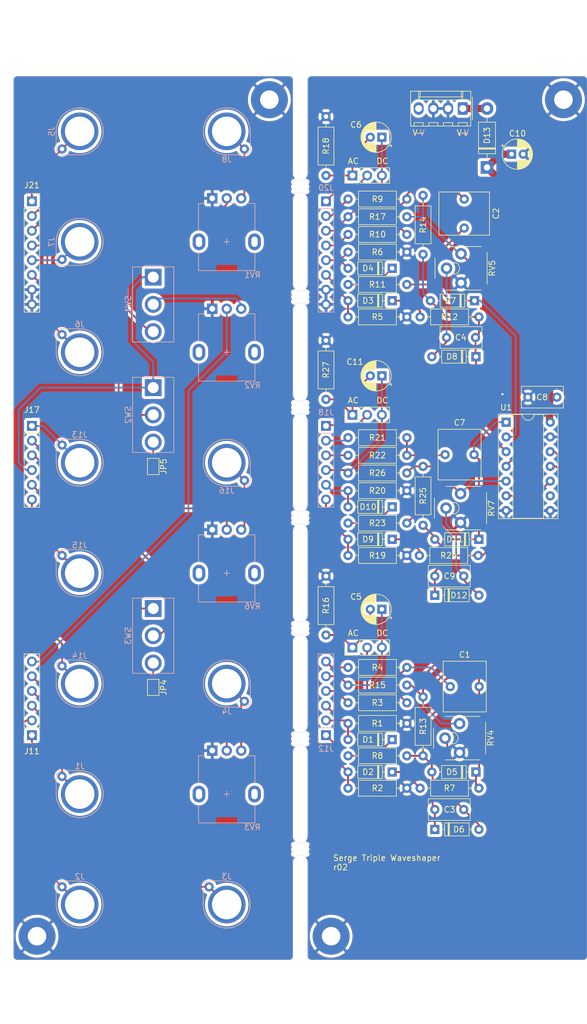
<source format=kicad_pcb>
(kicad_pcb (version 20221018) (generator pcbnew)
  (title_block (title "Serge Triple Waveshaper") (date "2023-10-09") (rev "r02"))
  (layers (0 "F.Cu" signal) (31 "B.Cu" signal) (36 "B.SilkS" user "B.Silkscreen") (37 "F.SilkS" user "F.Silkscreen") (38 "B.Mask" user) (39 "F.Mask" user) (44 "Edge.Cuts" user))
  (net 0 "")
  (net 1 "Net-(C1-Pad1)")
  (net 2 "Net-(C2-Pad1)")
  (net 3 "Net-(D5-K)")
  (net 4 "Net-(D7-K)")
  (net 5 "Net-(D5-A)")
  (net 6 "Net-(D6-A)")
  (net 7 "Net-(D7-A)")
  (net 8 "Net-(D8-A)")
  (net 9 "Net-(JP1-A)")
  (net 10 "Net-(C7-Pad1)")
  (net 11 "Net-(JP2-A)")
  (net 12 "+12V")
  (net 13 "GND")
  (net 14 "Net-(D11-K)")
  (net 15 "Net-(D11-A)")
  (net 16 "Net-(D12-A)")
  (net 17 "Net-(J18-Pin_2)")
  (net 18 "Net-(JP3-A)")
  (net 19 "Net-(D1-K)")
  (net 20 "Net-(D1-A)")
  (net 21 "Net-(D2-K)")
  (net 22 "Net-(D2-A)")
  (net 23 "Net-(D3-K)")
  (net 24 "Net-(D3-A)")
  (net 25 "Net-(D4-K)")
  (net 26 "Net-(D4-A)")
  (net 27 "Net-(D9-K)")
  (net 28 "Net-(D9-A)")
  (net 29 "Net-(J4-Pad1)")
  (net 30 "Net-(J8-Pad1)")
  (net 31 "Net-(D10-K)")
  (net 32 "Net-(D10-A)")
  (net 33 "Net-(J16-Pad1)")
  (net 34 "Net-(R13-Pad2)")
  (net 35 "Net-(R14-Pad2)")
  (net 36 "Net-(R25-Pad2)")
  (net 37 "Net-(J11-Pin_1)")
  (net 38 "Net-(J11-Pin_6)")
  (net 39 "Net-(J11-Pin_4)")
  (net 40 "Net-(J11-Pin_5)")
  (net 41 "Net-(J11-Pin_3)")
  (net 42 "Net-(J11-Pin_2)")
  (net 43 "Net-(J12-Pin_6)")
  (net 44 "Net-(J12-Pin_3)")
  (net 45 "Net-(J17-Pin_1)")
  (net 46 "Net-(J17-Pin_6)")
  (net 47 "Net-(J17-Pin_5)")
  (net 48 "Net-(J17-Pin_4)")
  (net 49 "Net-(J17-Pin_3)")
  (net 50 "Net-(J17-Pin_2)")
  (net 51 "Net-(J18-Pin_1)")
  (net 52 "Net-(J18-Pin_3)")
  (net 53 "Net-(J18-Pin_4)")
  (net 54 "Net-(SW1-B)")
  (net 56 "Net-(J12-Pin_4)")
  (net 57 "Net-(JP5-A)")
  (net 58 "Net-(JP4-A)")
  (net 59 "Net-(D13-A)")
  (net 61 "Net-(J21-Pin_6)")
  (net 62 "Net-(J12-Pin_5)")
  (net 63 "Net-(J21-Pin_1)")
  (net 64 "Net-(J20-Pin_1)")
  (net 65 "Net-(J20-Pin_2)")
  (net 66 "Net-(J21-Pin_2)")
  (net 67 "Net-(J20-Pin_3)")
  (net 68 "Net-(J21-Pin_3)")
  (net 69 "Net-(J21-Pin_5)")
  (net 70 "Net-(J20-Pin_4)")
  (net 71 "Net-(J21-Pin_4)")
  (footprint "Rumblesan_Standard_Parts:D_DO-41_SOD81_P10.16mm_Horizontal" (layer "F.Cu") (at 107.188 46.228 90)
    (fp_text reference "D13")
    (fp_text value "1N5818")
  )
  (footprint "Rumblesan_Standard_Parts:R_Axial_DIN0207_L6.3mm_D2.5mm_P10.16mm_Horizontal" (layer "F.Cu") (at 79.375 116.713 -90)
    (fp_text reference "R16")
    (fp_text value "150k")
  )
  (footprint "Rumblesan_Standard_Parts:Potentiometer_THT_Bourns_3306P_Vertical" (layer "F.Cu") (at 101.366 104.989 90)
    (fp_text reference "RV7")
    (fp_text value "20k")
  )
  (footprint "Rumblesan_Standard_Parts:R_Axial_DIN0207_L6.3mm_D2.5mm_P10.16mm_Horizontal" (layer "F.Cu") (at 83.185 107.569)
    (fp_text reference "R23")
    (fp_text value "1M5")
  )
  (footprint "Panelization:mouse-bite-2.54mm-slot" (layer "F.Cu") (at 74.93 49.53 90)
    (fp_text reference "mouse-bite-2.54mm-slot" hide)
    (fp_text value "VAL**" hide)
    (fp_arc (start -2.286 -1.27) (mid -1.016 0) (end -2.286 1.27) (stroke (width 0.05)) (layer "Edge.Cuts"))
    (fp_arc (start 2.286 1.27) (mid 1.016 0) (end 2.286 -1.27) (stroke (width 0.05)) (layer "Edge.Cuts"))
  )
  (footprint "Rumblesan_Standard_Parts:R_Axial_DIN0207_L6.3mm_D2.5mm_P10.16mm_Horizontal" (layer "F.Cu") (at 96.139 147.701 90)
    (fp_text reference "R13")
    (fp_text value "1M5")
  )
  (footprint "MountingHole:MountingHole_3.2mm_M3_Pad" (layer "F.Cu") (at 120.396 34.544)
    (fp_text reference "H1" hide)
    (fp_text value "MountingHole_Pad" hide)
  )
  (footprint "Rumblesan_Standard_Parts:R_Axial_DIN0207_L6.3mm_D2.5mm_P10.16mm_Horizontal" (layer "F.Cu") (at 93.345 142.113 180)
    (fp_text reference "R1")
    (fp_text value "100k")
  )
  (footprint "Rumblesan_Standard_Parts:D_DO-35_SOD27_P7.62mm_Horizontal" (layer "F.Cu") (at 105.283 78.867 180)
    (fp_text reference "D8")
    (fp_text value "1N4148")
  )
  (footprint "Rumblesan_Standard_Parts:R_Axial_DIN0207_L6.3mm_D2.5mm_P10.16mm_Horizontal" (layer "F.Cu") (at 83.185 57.785)
    (fp_text reference "R10")
    (fp_text value "220k")
  )
  (footprint "Rumblesan_Standard_Parts:R_Axial_DIN0207_L6.3mm_D2.5mm_P10.16mm_Horizontal" (layer "F.Cu") (at 79.375 76.073 -90)
    (fp_text reference "R27")
    (fp_text value "150k")
  )
  (footprint "Rumblesan_Standard_Parts:R_Axial_DIN0207_L6.3mm_D2.5mm_P10.16mm_Horizontal" (layer "F.Cu") (at 83.185 92.837)
    (fp_text reference "R21")
    (fp_text value "220k")
  )
  (footprint "Rumblesan_Standard_Parts:D_DO-35_SOD27_P7.62mm_Horizontal" (layer "F.Cu") (at 90.805 150.495 180)
    (fp_text reference "D2")
    (fp_text value "1N4148")
  )
  (footprint "Connector_PinSocket_2.54mm:PinSocket_1x08_P2.54mm_Vertical" (layer "F.Cu") (at 28.575 52.07)
    (fp_text reference "J21")
    (fp_text value "Conn_01x08_Socket" hide)
  )
  (footprint "MountingHole:MountingHole_3.2mm_M3_Pad" (layer "F.Cu") (at 29.464 178.816)
    (fp_text reference "H3" hide)
    (fp_text value "MountingHole_Pad" hide)
  )
  (footprint "Rumblesan_Standard_Parts:R_Axial_DIN0207_L6.3mm_D2.5mm_P10.16mm_Horizontal" (layer "F.Cu") (at 83.185 66.421)
    (fp_text reference "R11")
    (fp_text value "1M5")
  )
  (footprint "Capacitor_THT:C_Rect_L7.2mm_W8.5mm_P5.00mm_FKP2_FKP2_MKS2_MKP2" (layer "F.Cu") (at 100.838 135.763)
    (fp_text reference "C1")
    (fp_text value "470nF")
  )
  (footprint "Rumblesan_Standard_Parts:R_Axial_DIN0207_L6.3mm_D2.5mm_P10.16mm_Horizontal" (layer "F.Cu") (at 93.345 54.737 180)
    (fp_text reference "R17")
    (fp_text value "330r")
  )
  (footprint "Rumblesan_Standard_Parts:R_Axial_DIN0207_L6.3mm_D2.5mm_P10.16mm_Horizontal" (layer "F.Cu") (at 93.345 98.933 180)
    (fp_text reference "R26")
    (fp_text value "330r")
  )
  (footprint "Rumblesan_Standard_Parts:D_DO-35_SOD27_P7.62mm_Horizontal" (layer "F.Cu") (at 90.805 69.215 180)
    (fp_text reference "D3")
    (fp_text value "1N4148")
  )
  (footprint "Rumblesan_Standard_Parts:R_Axial_DIN0207_L6.3mm_D2.5mm_P10.16mm_Horizontal" (layer "F.Cu") (at 83.185 132.461)
    (fp_text reference "R4")
    (fp_text value "560k")
  )
  (footprint "Rumblesan_Standard_Parts:R_Axial_DIN0207_L6.3mm_D2.5mm_P10.16mm_Horizontal" (layer "F.Cu") (at 83.185 147.701)
    (fp_text reference "R8")
    (fp_text value "1M5")
  )
  (footprint "Rumblesan_Standard_Parts:R_Axial_DIN0207_L6.3mm_D2.5mm_P10.16mm_Horizontal" (layer "F.Cu") (at 93.345 135.509 180)
    (fp_text reference "R15")
    (fp_text value "330r")
  )
  (footprint "Rumblesan_Standard_Parts:C_Rect_L7.0mm_W3.5mm_P5.00mm" (layer "F.Cu") (at 105.203 75.565 180)
    (fp_text reference "C4")
    (fp_text value "100pF")
  )
  (footprint "Connector_PinHeader_2.54mm:PinHeader_1x03_P2.54mm_Vertical" (layer "F.Cu") (at 83.947 88.9 90)
    (fp_text reference "JP3" hide)
    (fp_text value "Jumper_3_Bridged12" hide)
  )
  (footprint "Rumblesan_Standard_Parts:D_DO-35_SOD27_P7.62mm_Horizontal" (layer "F.Cu") (at 98.171 160.401)
    (fp_text reference "D6")
    (fp_text value "1N4148")
  )
  (footprint "Connector_PinSocket_2.54mm:PinSocket_1x06_P2.54mm_Vertical" (layer "F.Cu") (at 28.575 144.145 180)
    (fp_text reference "J11")
    (fp_text value "Conn_01x06_Female" hide)
  )
  (footprint "Rumblesan_Standard_Parts:C_Rect_L7.0mm_W3.5mm_P5.00mm" (layer "F.Cu") (at 98.171 116.713)
    (fp_text reference "C9")
    (fp_text value "100pF")
  )
  (footprint "Rumblesan_Standard_Parts:C_Rect_L7.0mm_W3.5mm_P5.00mm" (layer "F.Cu") (at 98.171 156.972)
    (fp_text reference "C3")
    (fp_text value "100pF")
  )
  (footprint "Panelization:mouse-bite-2.54mm-slot" (layer "F.Cu") (at 74.93 125.73 90)
    (fp_text reference "mouse-bite-2.54mm-slot" hide)
    (fp_text value "VAL**" hide)
    (fp_arc (start -2.286 -1.27) (mid -1.016 0) (end -2.286 1.27) (stroke (width 0.05)) (layer "Edge.Cuts"))
    (fp_arc (start 2.286 1.27) (mid 1.016 0) (end 2.286 -1.27) (stroke (width 0.05)) (layer "Edge.Cuts"))
  )
  (footprint "Jumper:SolderJumper-2_P1.3mm_Open_Pad1.0x1.5mm" (layer "F.Cu") (at 49.53 97.805 -90)
    (fp_text reference "JP5")
    (fp_text value "Jumper_2_Open" hide)
  )
  (footprint "Rumblesan_Standard_Parts:R_Axial_DIN0207_L6.3mm_D2.5mm_P10.16mm_Horizontal" (layer "F.Cu") (at 83.185 95.885)
    (fp_text reference "R22")
    (fp_text value "220k")
  )
  (footprint "Panelization:mouse-bite-2.54mm-slot" (layer "F.Cu") (at 74.93 144.78 90)
    (fp_text reference "mouse-bite-2.54mm-slot" hide)
    (fp_text value "VAL**" hide)
    (fp_arc (start -2.286 -1.27) (mid -1.016 0) (end -2.286 1.27) (stroke (width 0.05)) (layer "Edge.Cuts"))
    (fp_arc (start 2.286 1.27) (mid 1.016 0) (end 2.286 -1.27) (stroke (width 0.05)) (layer "Edge.Cuts"))
  )
  (footprint "Rumblesan_Standard_Parts:Potentiometer_THT_Bourns_3306P_Vertical" (layer "F.Cu") (at 101.453 63.627 90)
    (fp_text reference "RV5")
    (fp_text value "20k")
  )
  (footprint "Rumblesan_Standard_Parts:CP_Radial_D5.0mm_P2.00mm" (layer "F.Cu") (at 111.439887 43.942)
    (fp_text reference "C10")
    (fp_text value "10uF")
  )
  (footprint "Rumblesan_Standard_Parts:R_Axial_DIN0207_L6.3mm_D2.5mm_P10.16mm_Horizontal" (layer "F.Cu") (at 93.345 113.157 180)
    (fp_text reference "R19")
    (fp_text value "100k")
  )
  (footprint "Rumblesan_Standard_Parts:D_DO-35_SOD27_P7.62mm_Horizontal" (layer "F.Cu") (at 105.029 69.215 180)
    (fp_text reference "D7")
    (fp_text value "1N4148")
  )
  (footprint "MountingHole:MountingHole_3.2mm_M3_Pad" (layer "F.Cu") (at 69.596 34.544)
    (fp_text reference "H4" hide)
    (fp_text value "MountingHole_Pad" hide)
  )
  (footprint "Rumblesan_Standard_Parts:R_Axial_DIN0207_L6.3mm_D2.5mm_P10.16mm_Horizontal" (layer "F.Cu") (at 95.504 113.157)
    (fp_text reference "R24")
    (fp_text value "1M5")
  )
  (footprint "Rumblesan_Standard_Parts:R_Axial_DIN0207_L6.3mm_D2.5mm_P10.16mm_Horizontal" (layer "F.Cu") (at 83.185 51.689)
    (fp_text reference "R9")
    (fp_text value "220k")
  )
  (footprint "Rumblesan_Standard_Parts:D_DO-35_SOD27_P7.62mm_Horizontal" (layer "F.Cu") (at 90.805 63.627 180)
    (fp_text reference "D4")
    (fp_text value "1N4148")
  )
  (footprint "Rumblesan_Standard_Parts:CP_Radial_D5.0mm_P2.00mm" (layer "F.Cu") (at 89.027 82.169 180)
    (fp_text reference "C11")
    (fp_text value "47uF")
  )
  (footprint "Rumblesan_Standard_Parts:D_DO-35_SOD27_P7.62mm_Horizontal" (layer "F.Cu") (at 90.805 104.775 180)
    (fp_text reference "D10")
    (fp_text value "1N4148")
  )
  (footprint "Connector_PinSocket_2.54mm:PinSocket_1x06_P2.54mm_Vertical" (layer "F.Cu") (at 28.575 90.805)
    (fp_text reference "J17")
    (fp_text value "Conn_01x06_Female" hide)
  )
  (footprint "Connector_PinHeader_2.54mm:PinHeader_1x03_P2.54mm_Vertical" (layer "F.Cu") (at 83.947 47.625 90)
    (fp_text reference "JP2" hide)
    (fp_text value "Jumper_3_Bridged12" hide)
  )
  (footprint "Rumblesan_Standard_Parts:Potentiometer_THT_Bourns_3306P_Vertical" (layer "F.Cu") (at 101.199 144.653 90)
    (fp_text reference "RV4")
    (fp_text value "20k")
  )
  (footprint "Rumblesan_Standard_Parts:R_Axial_DIN0207_L6.3mm_D2.5mm_P10.16mm_Horizontal" (layer "F.Cu") (at 79.375 37.465 -90)
    (fp_text reference "R18")
    (fp_text value "150k")
  )
  (footprint "Rumblesan_Standard_Parts:R_Axial_DIN0207_L6.3mm_D2.5mm_P10.16mm_Horizontal" (layer "F.Cu") (at 95.631 153.289)
    (fp_text reference "R7")
    (fp_text value "1M5")
  )
  (footprint "Rumblesan_Standard_Parts:DIP-14_W7.62mm_Socket" (layer "F.Cu") (at 110.49 90.17)
    (fp_text reference "U1")
    (fp_text value "LM3900")
  )
  (footprint "Rumblesan_Standard_Parts:R_Axial_DIN0207_L6.3mm_D2.5mm_P10.16mm_Horizontal" (layer "F.Cu") (at 83.185 138.557)
    (fp_text reference "R3")
    (fp_text value "220k")
  )
  (footprint "Rumblesan_Standard_Parts:R_Axial_DIN0207_L6.3mm_D2.5mm_P10.16mm_Horizontal" (layer "F.Cu") (at 93.345 153.289 180)
    (fp_text reference "R2")
    (fp_text value "100k")
  )
  (footprint "Panelization:mouse-bite-2.54mm-slot" (layer "F.Cu") (at 74.93 106.68 90)
    (fp_text reference "mouse-bite-2.54mm-slot" hide)
    (fp_text value "VAL**" hide)
    (fp_arc (start -2.286 -1.27) (mid -1.016 0) (end -2.286 1.27) (stroke (width 0.05)) (layer "Edge.Cuts"))
    (fp_arc (start 2.286 1.27) (mid 1.016 0) (end 2.286 -1.27) (stroke (width 0.05)) (layer "Edge.Cuts"))
  )
  (footprint "Rumblesan_Standard_Parts:CP_Radial_D5.0mm_P2.00mm" (layer "F.Cu") (at 89.027 122.428 180)
    (fp_text reference "C5")
    (fp_text value "47uF")
  )
  (footprint "Rumblesan_Standard_Parts:D_DO-35_SOD27_P7.62mm_Horizontal" (layer "F.Cu") (at 90.805 144.907 180)
    (fp_text reference "D1")
    (fp_text value "1N4148")
  )
  (footprint "Rumblesan_Standard_Parts:R_Axial_DIN0207_L6.3mm_D2.5mm_P10.16mm_Horizontal" (layer "F.Cu") (at 96.139 61.214 90)
    (fp_text reference "R14")
    (fp_text value "1M5")
  )
  (footprint "Rumblesan_Standard_Parts:C_Rect_L7.0mm_W3.5mm_P5.00mm" (layer "F.Cu") (at 119.253 85.852 180)
    (fp_text reference "C8")
    (fp_text value "100nF")
  )
  (footprint "Capacitor_THT:C_Rect_L7.2mm_W8.5mm_P5.00mm_FKP2_FKP2_MKS2_MKP2" (layer "F.Cu") (at 99.949 95.758)
    (fp_text reference "C7")
    (fp_text value "470nF")
  )
  (footprint "Rumblesan_Standard_Parts:R_Axial_DIN0207_L6.3mm_D2.5mm_P10.16mm_Horizontal" (layer "F.Cu") (at 96.139 107.95 90)
    (fp_text reference "R25")
    (fp_text value "1M5")
  )
  (footprint "Connector_PinHeader_2.54mm:PinHeader_1x03_P2.54mm_Vertical" (layer "F.Cu") (at 83.947 129.032 90)
    (fp_text reference "JP1" hide)
    (fp_text value "Jumper_3_Bridged12" hide)
  )
  (footprint "Rumblesan_Standard_Parts:R_Axial_DIN0207_L6.3mm_D2.5mm_P10.16mm_Horizontal" (layer "F.Cu") (at 95.631 72.009)
    (fp_text reference "R12")
    (fp_text value "1M5")
  )
  (footprint "Panelization:mouse-bite-2.54mm-slot" (layer "F.Cu") (at 74.93 163.83 90)
    (fp_text reference "mouse-bite-2.54mm-slot" hide)
    (fp_text value "VAL**" hide)
    (fp_arc (start -2.286 -1.27) (mid -1.016 0) (end -2.286 1.27) (stroke (width 0.05)) (layer "Edge.Cuts"))
    (fp_arc (start 2.286 1.27) (mid 1.016 0) (end 2.286 -1.27) (stroke (width 0.05)) (layer "Edge.Cuts"))
  )
  (footprint "Rumblesan_Standard_Parts:D_DO-35_SOD27_P7.62mm_Horizontal" (layer "F.Cu") (at 98.171 120.015)
    (fp_text reference "D12")
    (fp_text value "1N4148")
  )
  (footprint "MountingHole:MountingHole_3.2mm_M3_Pad" (layer "F.Cu") (at 80.264 178.816)
    (fp_text reference "H2" hide)
    (fp_text value "MountingHole_Pad" hide)
  )
  (footprint "Rumblesan_Standard_Parts:D_DO-35_SOD27_P7.62mm_Horizontal" (layer "F.Cu") (at 105.283 150.495 180)
    (fp_text reference "D5")
    (fp_text value "1N4148")
  )
  (footprint "Panelization:mouse-bite-2.54mm-slot" (layer "F.Cu") (at 74.93 68.58 90)
    (fp_text reference "mouse-bite-2.54mm-slot" hide)
    (fp_text value "VAL**" hide)
    (fp_arc (start -2.286 -1.27) (mid -1.016 0) (end -2.286 1.27) (stroke (width 0.05)) (layer "Edge.Cuts"))
    (fp_arc (start 2.286 1.27) (mid 1.016 0) (end 2.286 -1.27) (stroke (width 0.05)) (layer "Edge.Cuts"))
  )
  (footprint "4U_Power:4u_Power_Molex_KK-254_P2.54mm" (layer "F.Cu") (at 102.997 36.068 180)
    (fp_text reference "J9" hide)
    (fp_text value "4U_Power")
  )
  (footprint "Rumblesan_Standard_Parts:R_Axial_DIN0207_L6.3mm_D2.5mm_P10.16mm_Horizontal" (layer "F.Cu") (at 93.345 72.009 180)
    (fp_text reference "R5")
    (fp_text value "100k")
  )
  (footprint "Rumblesan_Standard_Parts:CP_Radial_D5.0mm_P2.00mm" (layer "F.Cu") (at 89.027 41.021 180)
    (fp_text reference "C6")
    (fp_text value "47uF")
  )
  (footprint "Capacitor_THT:C_Rect_L7.2mm_W8.5mm_P5.00mm_FKP2_FKP2_MKS2_MKP2" (layer "F.Cu") (at 103.251 51.689 -90)
    (fp_text reference "C2")
    (fp_text value "470nF")
  )
  (footprint "Rumblesan_Standard_Parts:R_Axial_DIN0207_L6.3mm_D2.5mm_P10.16mm_Horizontal" (layer "F.Cu") (at 93.345 101.981 180)
    (fp_text reference "R20")
    (fp_text value "100k")
  )
  (footprint "Panelization:mouse-bite-2.54mm-slot" (layer "F.Cu") (at 74.93 87.63 90)
    (fp_text reference "mouse-bite-2.54mm-slot" hide)
    (fp_text value "VAL**" hide)
    (fp_arc (start -2.286 -1.27) (mid -1.016 0) (end -2.286 1.27) (stroke (width 0.05)) (layer "Edge.Cuts"))
    (fp_arc (start 2.286 1.27) (mid 1.016 0) (end 2.286 -1.27) (stroke (width 0.05)) (layer "Edge.Cuts"))
  )
  (footprint "Jumper:SolderJumper-2_P1.3mm_Open_Pad1.0x1.5mm" (layer "F.Cu") (at 49.53 135.905 -90)
    (fp_text reference "JP4")
    (fp_text value "Jumper_2_Open" hide)
  )
  (footprint "Rumblesan_Standard_Parts:D_DO-35_SOD27_P7.62mm_Horizontal" (layer "F.Cu") (at 105.791 110.363 180)
    (fp_text reference "D11")
    (fp_text value "1N4148")
  )
  (footprint "Rumblesan_Standard_Parts:R_Axial_DIN0207_L6.3mm_D2.5mm_P10.16mm_Horizontal" (layer "F.Cu") (at 93.345 60.833 180)
    (fp_text reference "R6")
    (fp_text value "100k")
  )
  (footprint "Rumblesan_Standard_Parts:D_DO-35_SOD27_P7.62mm_Horizontal" (layer "F.Cu") (at 90.805 110.363 180)
    (fp_text reference "D9")
    (fp_text value "1N4148")
  )
  (footprint "Rumblesan_Standard_Parts:BananaJack_THT_JohnsonCinch_108-09" (layer "B.Cu") (at 36.83 78.105 180)
    (fp_text reference "J6")
    (fp_text value "Banana Socket PanelMount" hide)
  )
  (footprint "Connector_PinHeader_2.54mm:PinHeader_1x06_P2.54mm_Vertical" (layer "B.Cu") (at 79.375 144.145)
    (fp_text reference "J12")
    (fp_text value "Conn_01x06_Male" hide)
  )
  (footprint "Connector_PinHeader_2.54mm:PinHeader_1x06_P2.54mm_Vertical" (layer "B.Cu") (at 79.375 90.805 180)
    (fp_text reference "J18")
    (fp_text value "Conn_01x06_Male" hide)
  )
  (footprint "Connector_PinHeader_2.54mm:PinHeader_1x08_P2.54mm_Vertical" (layer "B.Cu") (at 79.375 52.07 180)
    (fp_text reference "J20")
    (fp_text value "Conn_01x08_Pin" hide)
  )
  (footprint "Rumblesan_Standard_Parts:Potentiometer_Alpha_RD901F-40-00D_Single_Vertical" (layer "B.Cu") (at 62.23 116.205)
    (fp_text reference "RV6")
    (fp_text value "100k" hide)
  )
  (footprint "Rumblesan_Standard_Parts:BananaJack_THT_JohnsonCinch_108-09" (layer "B.Cu") (at 62.23 97.155)
    (fp_text reference "J16")
    (fp_text value "Banana Socket PanelMount" hide)
  )
  (footprint "Rumblesan_Standard_Parts:BananaJack_THT_JohnsonCinch_108-09" (layer "B.Cu") (at 62.23 173.355 180)
    (fp_text reference "J3")
    (fp_text value "Banana Socket PanelMount" hide)
  )
  (footprint "Rumblesan_Standard_Parts:Toggle_Switch_100SP-M2" (layer "B.Cu") (at 49.53 88.9 -90)
    (fp_text reference "SW2")
    (fp_text value "SW_SPDT")
  )
  (footprint "Rumblesan_Standard_Parts:Toggle_Switch_100SP-M2" (layer "B.Cu") (at 49.53 127 -90)
    (fp_text reference "SW3")
    (fp_text value "SW_SPDT")
  )
  (footprint "Rumblesan_Standard_Parts:BananaJack_THT_JohnsonCinch_108-09" (layer "B.Cu") (at 62.23 135.255)
    (fp_text reference "J4")
    (fp_text value "Banana Socket PanelMount" hide)
  )
  (footprint "Rumblesan_Standard_Parts:BananaJack_THT_JohnsonCinch_108-09" (layer "B.Cu") (at 36.83 116.205 180)
    (fp_text reference "J15")
    (fp_text value "Banana Socket PanelMount" hide)
  )
  (footprint "Rumblesan_Standard_Parts:BananaJack_THT_JohnsonCinch_108-09" (layer "B.Cu") (at 36.83 154.305 180)
    (fp_text reference "J1")
    (fp_text value "Banana Socket PanelMount" hide)
  )
  (footprint "Rumblesan_Standard_Parts:BananaJack_THT_JohnsonCinch_108-09" (layer "B.Cu") (at 36.83 40.005 -90)
    (fp_text reference "J5")
    (fp_text value "Banana Socket PanelMount" hide)
  )
  (footprint "Rumblesan_Standard_Parts:BananaJack_THT_JohnsonCinch_108-09" (layer "B.Cu") (at 36.83 97.155 180)
    (fp_text reference "J13")
    (fp_text value "Banana Socket PanelMount" hide)
  )
  (footprint "Rumblesan_Standard_Parts:BananaJack_THT_JohnsonCinch_108-09" (layer "B.Cu") (at 36.83 59.055 -90)
    (fp_text reference "J7")
    (fp_text value "Banana Socket PanelMount" hide)
  )
  (footprint "Rumblesan_Standard_Parts:Potentiometer_Alpha_RD901F-40-00D_Single_Vertical" (layer "B.Cu") (at 62.23 78.105)
    (fp_text reference "RV2")
    (fp_text value "100k" hide)
  )
  (footprint "Rumblesan_Standard_Parts:Toggle_Switch_100SP-M2" (layer "B.Cu") (at 49.53 69.85 -90)
    (fp_text reference "SW1")
    (fp_text value "SW_SPDT")
  )
  (footprint "Rumblesan_Standard_Parts:BananaJack_THT_JohnsonCinch_108-09" (layer "B.Cu") (at 36.83 135.255 180)
    (fp_text reference "J14")
    (fp_text value "Banana Socket PanelMount" hide)
  )
  (footprint "Rumblesan_Standard_Parts:BananaJack_THT_JohnsonCinch_108-09" (layer "B.Cu") (at 62.23 40.005)
    (fp_text reference "J8")
    (fp_text value "Banana Socket PanelMount" hide)
  )
  (footprint "Rumblesan_Standard_Parts:Potentiometer_Alpha_RD901F-40-00D_Single_Vertical" (layer "B.Cu") (at 62.23 59.055)
    (fp_text reference "RV1")
    (fp_text value "100k" hide)
  )
  (footprint "Rumblesan_Standard_Parts:Potentiometer_Alpha_RD901F-40-00D_Single_Vertical" (layer "B.Cu") (at 62.23 154.305)
    (fp_text reference "RV3")
    (fp_text value "100k" hide)
  )
  (footprint "Rumblesan_Standard_Parts:BananaJack_THT_JohnsonCinch_108-09" (layer "B.Cu") (at 36.83 173.355 180)
    (fp_text reference "J2")
    (fp_text value "Banana Socket PanelMount" hide)
  )
  (gr_line (start 76.2 161.544) (end 76.2 147.066) (stroke (width 0.05)) (layer "Edge.Cuts"))
  (gr_line (start 25.4 182.268114) (end 25.4 31.138114) (stroke (width 0.05)) (layer "Edge.Cuts"))
  (gr_line (start 73.66 128.016) (end 73.66 142.494) (stroke (width 0.05)) (layer "Edge.Cuts"))
  (gr_line (start 76.2 85.344) (end 76.2 70.866) (stroke (width 0.05)) (layer "Edge.Cuts"))
  (gr_line (start 123.825 182.903114) (end 76.835 182.903114) (stroke (width 0.05)) (layer "Edge.Cuts"))
  (gr_arc (start 123.825 30.503114) (mid 124.274013 30.689101) (end 124.46 31.138114) (stroke (width 0.05)) (layer "Edge.Cuts"))
  (gr_line (start 76.2 104.394) (end 76.2 89.916) (stroke (width 0.05)) (layer "Edge.Cuts"))
  (gr_line (start 76.2 123.444) (end 76.2 108.966) (stroke (width 0.05)) (layer "Edge.Cuts"))
  (gr_line (start 73.66 166.116) (end 73.66 182.268114) (stroke (width 0.05)) (layer "Edge.Cuts"))
  (gr_arc (start 73.025 30.503114) (mid 73.474013 30.689101) (end 73.66 31.138114) (stroke (width 0.05)) (layer "Edge.Cuts"))
  (gr_arc (start 76.2 31.138114) (mid 76.385987 30.689101) (end 76.835 30.503114) (stroke (width 0.05)) (layer "Edge.Cuts"))
  (gr_line (start 76.835 30.503114) (end 123.825 30.503114) (stroke (width 0.05)) (layer "Edge.Cuts"))
  (gr_line (start 73.66 70.866) (end 73.66 85.344) (stroke (width 0.05)) (layer "Edge.Cuts"))
  (gr_line (start 73.66 147.066) (end 73.66 161.544) (stroke (width 0.05)) (layer "Edge.Cuts"))
  (gr_line (start 73.66 51.816) (end 73.66 66.294) (stroke (width 0.05)) (layer "Edge.Cuts"))
  (gr_line (start 76.2 66.294) (end 76.2 51.816) (stroke (width 0.05)) (layer "Edge.Cuts"))
  (gr_line (start 73.025 182.903114) (end 26.035 182.903114) (stroke (width 0.05)) (layer "Edge.Cuts"))
  (gr_arc (start 73.66 182.268114) (mid 73.474013 182.717127) (end 73.025 182.903114) (stroke (width 0.05)) (layer "Edge.Cuts"))
  (gr_line (start 73.66 108.966) (end 73.66 123.444) (stroke (width 0.05)) (layer "Edge.Cuts"))
  (gr_line (start 73.66 47.244) (end 73.66 31.138114) (stroke (width 0.05)) (layer "Edge.Cuts"))
  (gr_line (start 76.2 47.244) (end 76.2 31.138114) (stroke (width 0.05)) (layer "Edge.Cuts"))
  (gr_arc (start 124.46 182.268114) (mid 124.274013 182.717127) (end 123.825 182.903114) (stroke (width 0.05)) (layer "Edge.Cuts"))
  (gr_line (start 124.46 31.138114) (end 124.46 182.268114) (stroke (width 0.05)) (layer "Edge.Cuts"))
  (gr_arc (start 26.035 182.903114) (mid 25.585987 182.717127) (end 25.4 182.268114) (stroke (width 0.05)) (layer "Edge.Cuts"))
  (gr_line (start 76.2 142.494) (end 76.2 128.016) (stroke (width 0.05)) (layer "Edge.Cuts"))
  (gr_arc (start 25.4 31.138114) (mid 25.585987 30.689101) (end 26.035 30.503114) (stroke (width 0.05)) (layer "Edge.Cuts"))
  (gr_line (start 26.035 30.503114) (end 73.025 30.503114) (stroke (width 0.05)) (layer "Edge.Cuts"))
  (gr_line (start 76.2 166.116) (end 76.2 182.268114) (stroke (width 0.05)) (layer "Edge.Cuts"))
  (gr_line (start 73.66 89.916) (end 73.66 104.394) (stroke (width 0.05)) (layer "Edge.Cuts"))
  (gr_arc (start 76.835 182.903114) (mid 76.385987 182.717127) (end 76.2 182.268114) (stroke (width 0.05)) (layer "Edge.Cuts"))
  (gr_text "AC" (at 83.058 86.995) (layer "F.SilkS") (effects (font (size 1 1)) (justify left bottom)))
  (gr_text "DC" (at 88.011 45.72) (layer "F.SilkS") (effects (font (size 1 1)) (justify left bottom)))
  (gr_text "Serge Triple Waveshaper\nr02" (at 80.518 167.513) (layer "F.SilkS") (effects (font (size 1 1)) (justify left bottom)))
  (gr_text "DC" (at 88.011 86.995) (layer "F.SilkS") (effects (font (size 1 1)) (justify left bottom)))
  (gr_text "AC" (at 83.058 127.127) (layer "F.SilkS") (effects (font (size 1 1)) (justify left bottom)))
  (gr_text "DC" (at 88.011 127.127) (layer "F.SilkS") (effects (font (size 1 1)) (justify left bottom)))
  (gr_text "AC" (at 83.058 45.72) (layer "F.SilkS") (effects (font (size 1 1)) (justify left bottom)))
  (segment (start 91.567 136.779) (end 93.345 138.557) (width 0.3048) (layer "F.Cu") (net 1))
  (segment (start 91.567 134.239) (end 91.567 136.779) (width 0.3048) (layer "F.Cu") (net 1))
  (segment (start 93.345 132.461) (end 91.567 134.239) (width 0.3048) (layer "F.Cu") (net 1))
  (segment (start 93.345 132.461) (end 97.536 132.461) (width 0.3048) (layer "B.Cu") (net 1))
  (segment (start 97.536 132.461) (end 100.838 135.763) (width 0.3048) (layer "B.Cu") (net 1))
  (segment (start 93.345 57.785) (end 91.821 56.261) (width 0.3048) (layer "F.Cu") (net 2))
  (segment (start 100.711 49.149) (end 95.123 49.149) (width 0.3048) (layer "F.Cu") (net 2))
  (segment (start 91.821 56.261) (end 91.821 53.213) (width 0.3048) (layer "F.Cu") (net 2))
  (segment (start 91.821 53.213) (end 93.345 51.689) (width 0.3048) (layer "F.Cu") (net 2))
  (segment (start 95.123 49.149) (end 93.345 50.927) (width 0.3048) (layer "F.Cu") (net 2))
  (segment (start 103.251 51.689) (end 100.711 49.149) (width 0.3048) (layer "F.Cu") (net 2))
  (segment (start 93.345 50.927) (end 93.345 51.689) (width 0.3048) (layer "F.Cu") (net 2))
  (segment (start 118.872 95.25) (end 121.031 97.409) (width 0.3048) (layer "F.Cu") (net 3))
  (segment (start 105.838 149.94) (end 105.283 150.495) (width 0.3048) (layer "F.Cu") (net 3))
  (segment (start 105.838 135.763) (end 105.838 149.94) (width 0.3048) (layer "F.Cu") (net 3))
  (segment (start 105.283 152.781) (end 105.791 153.289) (width 0.3048) (layer "F.Cu") (net 3))
  (segment (start 105.283 150.495) (end 105.283 152.781) (width 0.3048) (layer "F.Cu") (net 3))
  (segment (start 105.791 130.429) (end 105.791 135.716) (width 0.3048) (layer "F.Cu") (net 3))
  (segment (start 121.031 115.189) (end 105.791 130.429) (width 0.3048) (layer "F.Cu") (net 3))
  (segment (start 105.791 135.716) (end 105.838 135.763) (width 0.3048) (layer "F.Cu") (net 3))
  (segment (start 118.11 95.25) (end 118.872 95.25) (width 0.3048) (layer "F.Cu") (net 3))
  (segment (start 121.031 97.409) (end 121.031 115.189) (width 0.3048) (layer "F.Cu") (net 3))
  (segment (start 98.044 66.421) (end 98.044 61.896) (width 0.3048) (layer "F.Cu") (net 4))
  (segment (start 98.044 61.896) (end 103.251 56.689) (width 0.3048) (layer "F.Cu") (net 4))
  (segment (start 93.345 66.421) (end 98.044 66.421) (width 0.3048) (layer "F.Cu") (net 4))
  (segment (start 98.044 66.421) (end 100.838 69.215) (width 0.3048) (layer "F.Cu") (net 4))
  (segment (start 100.838 69.215) (end 105.029 69.215) (width 0.3048) (layer "F.Cu") (net 4))
  (segment (start 111.633 92.71) (end 110.49 92.71) (width 0.3048) (layer "B.Cu") (net 4))
  (segment (start 106.045 69.215) (end 112.141 75.311) (width 0.3048) (layer "B.Cu") (net 4))
  (segment (start 105.029 69.215) (end 106.045 69.215) (width 0.3048) (layer "B.Cu") (net 4))
  (segment (start 112.141 92.202) (end 111.633 92.71) (width 0.3048) (layer "B.Cu") (net 4))
  (segment (start 112.141 75.311) (end 112.141 92.202) (width 0.3048) (layer "B.Cu") (net 4))
  (segment (start 97.663 149.225) (end 97.663 150.495) (width 0.3048) (layer "F.Cu") (net 5))
  (segment (start 96.139 147.701) (end 96.139 142.24) (width 0.3048) (layer "F.Cu") (net 5))
  (segment (start 93.345 147.701) (end 96.139 147.701) (width 0.3048) (layer "F.Cu") (net 5))
  (segment (start 97.663 150.495) (end 97.79 150.622) (width 0.3048) (layer "F.Cu") (net 5))
  (segment (start 96.139 142.24) (end 98.298 140.081) (width 0.3048) (layer "F.Cu") (net 5))
  (segment (start 98.298 135.128) (end 120.142 113.284) (width 0.3048) (layer "F.Cu") (net 5))
  (segment (start 119.126 97.79) (end 118.11 97.79) (width 0.3048) (layer "F.Cu") (net 5))
  (segment (start 97.79 150.622) (end 97.79 156.591) (width 0.3048) (layer "F.Cu") (net 5))
  (segment (start 98.171 156.972) (end 98.171 160.401) (width 0.3048) (layer "F.Cu") (net 5))
  (segment (start 96.139 147.701) (end 97.663 149.225) (width 0.3048) (layer "F.Cu") (net 5))
  (segment (start 97.79 156.591) (end 98.171 156.972) (width 0.3048) (layer "F.Cu") (net 5))
  (segment (start 120.142 113.284) (end 120.142 98.806) (width 0.3048) (layer "F.Cu") (net 5))
  (segment (start 98.298 140.081) (end 98.298 135.128) (width 0.3048) (layer "F.Cu") (net 5))
  (segment (start 120.142 98.806) (end 119.126 97.79) (width 0.3048) (layer "F.Cu") (net 5))
  (segment (start 105.791 159.592) (end 105.791 160.401) (width 0.3048) (layer "F.Cu") (net 6))
  (segment (start 100.33 154.131) (end 103.171 156.972) (width 0.3048) (layer "F.Cu") (net 6))
  (segment (start 103.171 156.972) (end 105.791 159.592) (width 0.3048) (layer "F.Cu") (net 6))
  (segment (start 100.33 145.034) (end 100.33 154.131) (width 0.3048) (layer "F.Cu") (net 6))
  (segment (start 99.949 144.653) (end 100.33 145.034) (width 0.3048) (layer "F.Cu") (net 6))
  (segment (start 105.283 90.043) (end 110.49 95.25) (width 0.3048) (layer "F.Cu") (net 7))
  (segment (start 105.791 72.009) (end 105.791 74.977) (width 0.3048) (layer "F.Cu") (net 7))
  (segment (start 105.283 78.867) (end 105.283 90.043) (width 0.3048) (layer "F.Cu") (net 7))
  (segment (start 105.203 78.787) (end 105.283 78.867) (width 0.3048) (layer "F.Cu") (net 7))
  (segment (start 97.409 69.215) (end 100.203 72.009) (width 0.3048) (layer "F.Cu") (net 7))
  (segment (start 100.203 72.009) (end 105.791 72.009) (width 0.3048) (layer "F.Cu") (net 7))
  (segment (start 105.203 75.565) (end 105.203 78.787) (width 0.3048) (layer "F.Cu") (net 7))
  (segment (start 105.791 74.977) (end 105.203 75.565) (width 0.3048) (layer "F.Cu") (net 7))
  (segment (start 96.139 67.945) (end 97.409 69.215) (width 0.3048) (layer "B.Cu") (net 7))
  (segment (start 96.139 61.214) (end 96.139 67.945) (width 0.3048) (layer "B.Cu") (net 7))
  (segment (start 100.203 76.327) (end 100.203 75.565) (width 0.3048) (layer "F.Cu") (net 8))
  (segment (start 97.663 78.867) (end 100.203 76.327) (width 0.3048) (layer "F.Cu") (net 8))
  (segment (start 100.203 63.627) (end 100.203 75.565) (width 0.3048) (layer "B.Cu") (net 8))
  (segment (start 81.788 126.873) (end 83.947 129.032) (width 0.3048) (layer "F.Cu") (net 9))
  (segment (start 87.027 122.428) (end 87.027 125.952) (width 0.3048) (layer "F.Cu") (net 9))
  (segment (start 87.027 125.952) (end 83.947 129.032) (width 0.3048) (layer "F.Cu") (net 9))
  (segment (start 79.375 126.873) (end 81.788 126.873) (width 0.3048) (layer "F.Cu") (net 9))
  (segment (start 93.345 95.885) (end 99.822 95.885) (width 0.3048) (layer "F.Cu") (net 10))
  (segment (start 93.345 92.837) (end 93.345 95.885) (width 0.3048) (layer "F.Cu") (net 10))
  (segment (start 99.822 95.885) (end 99.949 95.758) (width 0.3048) (layer "F.Cu") (net 10))
  (segment (start 83.947 44.101) (end 87.027 41.021) (width 0.3048) (layer "F.Cu") (net 11))
  (segment (start 83.947 47.625) (end 83.947 44.101) (width 0.3048) (layer "F.Cu") (net 11))
  (segment (start 79.375 47.625) (end 83.947 47.625) (width 0.3048) (layer "F.Cu") (net 11))
  (segment (start 109.474 43.942) (end 107.188 46.228) (width 1.27) (layer "F.Cu") (net 12))
  (segment (start 107.188 46.228) (end 117.983 57.023) (width 1.27) (layer "F.Cu") (net 12))
  (segment (start 111.439887 43.942) (end 109.474 43.942) (width 1.27) (layer "F.Cu") (net 12))
  (segment (start 119.253 85.852) (end 117.983 85.852) (width 1.27) (layer "F.Cu") (net 12))
  (segment (start 117.983 57.023) (end 117.983 85.852) (width 1.27) (layer "F.Cu") (net 12))
  (segment (start 117.983 90.043) (end 118.11 90.17) (width 1.27) (layer "F.Cu") (net 12))
  (segment (start 117.983 85.852) (end 117.983 90.043) (width 1.27) (layer "F.Cu") (net 12))
  (via (at 109.855 85.344) (size 0.762) (drill 0.381) (layers "F.Cu" "B.Cu") (net 13))
  (segment (start 96.647 106.045) (end 100.965 110.363) (width 0.3048) (layer "F.Cu") (net 14))
  (segment (start 105.791 96.6) (end 105.791 110.363) (width 0.3048) (layer "F.Cu") (net 14))
  (segment (start 104.949 95.758) (end 105.791 96.6) (width 0.3048) (layer "F.Cu") (net 14))
  (segment (start 94.869 106.045) (end 96.647 106.045) (width 0.3048) (layer "F.Cu") (net 14))
  (segment (start 100.965 110.363) (end 105.791 110.363) (width 0.3048) (layer "F.Cu") (net 14))
  (segment (start 93.345 107.569) (end 94.869 106.045) (width 0.3048) (layer "F.Cu") (net 14))
  (segment (start 104.949 93.933) (end 108.712 90.17) (width 0.3048) (layer "B.Cu") (net 14))
  (segment (start 104.949 95.758) (end 104.949 93.933) (width 0.3048) (layer "B.Cu") (net 14))
  (segment (start 108.712 90.17) (end 110.49 90.17) (width 0.3048) (layer "B.Cu") (net 14))
  (segment (start 98.171 109.982) (end 98.171 110.363) (width 0.3048) (layer "F.Cu") (net 15))
  (segment (start 112.141 103.378) (end 111.633 102.87) (width 0.3048) (layer "F.Cu") (net 15))
  (segment (start 105.664 113.157) (end 106.426 113.157) (width 0.3048) (layer "F.Cu") (net 15))
  (segment (start 98.171 110.363) (end 100.965 113.157) (width 0.3048) (layer "F.Cu") (net 15))
  (segment (start 98.171 116.713) (end 98.171 115.951) (width 0.3048) (layer "F.Cu") (net 15))
  (segment (start 100.965 113.157) (end 105.664 113.157) (width 0.3048) (layer "F.Cu") (net 15))
  (segment (start 112.141 107.442) (end 112.141 103.378) (width 0.3048) (layer "F.Cu") (net 15))
  (segment (start 98.171 115.951) (end 100.965 113.157) (width 0.3048) (layer "F.Cu") (net 15))
  (segment (start 98.171 120.015) (end 98.171 116.713) (width 0.3048) (layer "F.Cu") (net 15))
  (segment (start 112.141 107.442) (end 106.426 113.157) (width 0.3048) (layer "F.Cu") (net 15))
  (segment (start 111.633 102.87) (end 110.49 102.87) (width 0.3048) (layer "F.Cu") (net 15))
  (segment (start 96.139 107.95) (end 98.171 109.982) (width 0.3048) (layer "F.Cu") (net 15))
  (segment (start 105.791 120.015) (end 103.171 117.395) (width 0.3048) (layer "F.Cu") (net 16))
  (segment (start 103.171 117.395) (end 103.171 116.713) (width 0.3048) (layer "F.Cu") (net 16))
  (segment (start 101.854 109.474) (end 101.854 115.396) (width 0.3048) (layer "B.Cu") (net 16))
  (segment (start 101.854 115.396) (end 103.171 116.713) (width 0.3048) (layer "B.Cu") (net 16))
  (segment (start 100.116 104.989) (end 100.116 107.736) (width 0.3048) (layer "B.Cu") (net 16))
  (segment (start 100.116 107.736) (end 101.854 109.474) (width 0.3048) (layer "B.Cu") (net 16))
  (segment (start 79.375 93.345) (end 82.677 93.345) (width 0.3048) (layer "B.Cu") (net 17))
  (segment (start 82.677 93.345) (end 83.185 92.837) (width 0.3048) (layer "B.Cu") (net 17))
  (segment (start 81.28 86.233) (end 83.947 88.9) (width 0.3048) (layer "F.Cu") (net 18))
  (segment (start 83.947 85.249) (end 87.027 82.169) (width 0.3048) (layer "F.Cu") (net 18))
  (segment (start 79.375 86.233) (end 81.28 86.233) (width 0.3048) (layer "F.Cu") (net 18))
  (segment (start 83.947 88.9) (end 83.947 85.249) (width 0.3048) (layer "F.Cu") (net 18))
  (segment (start 83.185 147.701) (end 88.011 147.701) (width 0.3048) (layer "F.Cu") (net 19))
  (segment (start 88.011 147.701) (end 90.805 144.907) (width 0.3048) (layer "F.Cu") (net 19))
  (segment (start 82.677 141.605) (end 83.185 142.113) (width 0.3048) (layer "F.Cu") (net 20))
  (segment (start 83.185 142.113) (end 83.185 144.907) (width 0.3048) (layer "F.Cu") (net 20))
  (segment (start 79.375 141.605) (end 82.677 141.605) (width 0.3048) (layer "F.Cu") (net 20))
  (segment (start 92.837 150.495) (end 95.631 153.289) (width 0.3048) (layer "F.Cu") (net 21))
  (segment (start 90.805 150.495) (end 92.837 150.495) (width 0.3048) (layer "F.Cu") (net 21))
  (segment (start 81.407 148.717) (end 83.185 150.495) (width 0.3048) (layer "F.Cu") (net 22))
  (segment (start 81.407 146.177) (end 81.407 148.717) (width 0.3048) (layer "F.Cu") (net 22))
  (segment (start 79.375 144.145) (end 81.407 146.177) (width 0.3048) (layer "F.Cu") (net 22))
  (segment (start 83.185 153.289) (end 83.185 150.495) (width 0.3048) (layer "F.Cu") (net 22))
  (segment (start 93.853 69.215) (end 95.631 70.993) (width 0.3048) (layer "F.Cu") (net 23))
  (segment (start 90.805 69.215) (end 93.853 69.215) (width 0.3048) (layer "F.Cu") (net 23))
  (segment (start 95.631 70.993) (end 95.631 72.009) (width 0.3048) (layer "F.Cu") (net 23))
  (segment (start 81.28 66.675) (end 81.28 67.31) (width 0.254) (layer "F.Cu") (net 24))
  (segment (start 79.375 64.77) (end 81.28 66.675) (width 0.254) (layer "F.Cu") (net 24))
  (segment (start 81.28 67.31) (end 83.185 69.215) (width 0.254) (layer "F.Cu") (net 24))
  (segment (start 83.185 72.009) (end 83.185 69.215) (width 0.3048) (layer "F.Cu") (net 24))
  (segment (start 83.185 66.421) (end 88.011 66.421) (width 0.254) (layer "F.Cu") (net 25))
  (segment (start 88.011 66.421) (end 90.805 63.627) (width 0.254) (layer "F.Cu") (net 25))
  (segment (start 79.375 62.23) (end 81.788 62.23) (width 0.254) (layer "F.Cu") (net 26))
  (segment (start 83.185 63.627) (end 81.788 62.23) (width 0.254) (layer "F.Cu") (net 26))
  (segment (start 81.788 62.23) (end 83.185 60.833) (width 0.254) (layer "F.Cu") (net 26))
  (segment (start 95.504 112.268) (end 95.504 113.157) (width 0.3048) (layer "F.Cu") (net 27))
  (segment (start 90.805 110.363) (end 93.599 110.363) (width 0.3048) (layer "F.Cu") (net 27))
  (segment (start 93.599 110.363) (end 95.504 112.268) (width 0.3048) (layer "F.Cu") (net 27))
  (segment (start 79.375 103.505) (end 79.375 106.553) (width 0.3048) (layer "F.Cu") (net 28))
  (segment (start 83.185 113.157) (end 83.185 110.363) (width 0.3048) (layer "F.Cu") (net 28))
  (segment (start 79.375 106.553) (end 83.185 110.363) (width 0.3048) (layer "F.Cu") (net 28))
  (segment (start 64.73 138.851) (end 65.278 138.303) (width 0.3048) (layer "F.Cu") (net 29))
  (segment (start 65.278 138.303) (end 62.23 135.255) (width 0.3048) (layer "F.Cu") (net 29))
  (segment (start 64.73 146.805) (end 64.73 138.851) (width 0.3048) (layer "F.Cu") (net 29))
  (segment (start 65.278 51.007) (end 64.73 51.555) (width 0.3048) (layer "F.Cu") (net 30))
  (segment (start 65.278 43.053) (end 65.278 51.007) (width 0.3048) (layer "F.Cu") (net 30))
  (segment (start 62.23 40.005) (end 65.278 43.053) (width 0.3048) (layer "F.Cu") (net 30))
  (segment (start 83.185 107.569) (end 88.011 107.569) (width 0.3048) (layer "F.Cu") (net 31))
  (segment (start 88.011 107.569) (end 90.805 104.775) (width 0.3048) (layer "F.Cu") (net 31))
  (segment (start 83.185 104.775) (end 83.185 101.981) (width 0.3048) (layer "F.Cu") (net 32))
  (segment (start 79.375 100.965) (end 80.391 101.981) (width 0.3048) (layer "B.Cu") (net 32))
  (segment (start 80.391 101.981) (end 83.185 101.981) (width 0.3048) (layer "B.Cu") (net 32))
  (segment (start 65.278 100.203) (end 65.278 108.157) (width 0.3048) (layer "F.Cu") (net 33))
  (segment (start 62.23 97.155) (end 65.278 100.203) (width 0.3048) (layer "F.Cu") (net 33))
  (segment (start 65.278 108.157) (end 64.73 108.705) (width 0.3048) (layer "F.Cu") (net 33))
  (segment (start 96.139 137.541) (end 96.139 133.985) (width 0.3048) (layer "F.Cu") (net 34))
  (segment (start 94.107 135.509) (end 93.345 135.509) (width 0.3048) (layer "F.Cu") (net 34))
  (segment (start 115.316 103.124) (end 118.11 100.33) (width 0.3048) (layer "F.Cu") (net 34))
  (segment (start 115.316 114.808) (end 115.316 103.124) (width 0.3048) (layer "F.Cu") (net 34))
  (segment (start 96.139 133.985) (end 115.316 114.808) (width 0.3048) (layer "F.Cu") (net 34))
  (segment (start 96.139 137.541) (end 94.107 135.509) (width 0.3048) (layer "F.Cu") (net 34))
  (segment (start 96.139 138.938) (end 99.354 142.153) (width 0.3048) (layer "B.Cu") (net 34))
  (segment (start 99.354 142.153) (end 102.449 142.153) (width 0.3048) (layer "B.Cu") (net 34))
  (segment (start 96.139 137.541) (end 96.139 138.938) (width 0.3048) (layer "B.Cu") (net 34))
  (segment (start 102.703 61.127) (end 115.697 74.121) (width 0.3048) (layer "F.Cu") (net 35))
  (segment (start 110.49 97.663) (end 110.49 97.79) (width 0.3048) (layer "F.Cu") (net 35))
  (segment (start 115.697 92.456) (end 110.49 97.663) (width 0.3048) (layer "F.Cu") (net 35))
  (segment (start 115.697 74.121) (end 115.697 92.456) (width 0.3048) (layer "F.Cu") (net 35))
  (segment (start 93.345 54.737) (end 96.012 54.737) (width 0.3048) (layer "B.Cu") (net 35))
  (segment (start 96.139 54.864) (end 102.402 61.127) (width 0.3048) (layer "B.Cu") (net 35))
  (segment (start 96.139 51.054) (end 96.139 54.864) (width 0.3048) (layer "B.Cu") (net 35))
  (segment (start 96.012 54.737) (end 96.139 54.864) (width 0.3048) (layer "B.Cu") (net 35))
  (segment (start 102.402 61.127) (end 102.703 61.127) (width 0.3048) (layer "B.Cu") (net 35))
  (segment (start 94.488 97.79) (end 96.139 97.79) (width 0.3048) (layer "F.Cu") (net 36))
  (segment (start 93.345 98.933) (end 94.488 97.79) (width 0.3048) (layer "F.Cu") (net 36))
  (segment (start 96.139 97.79) (end 97.917 97.79) (width 0.3048) (layer "F.Cu") (net 36))
  (segment (start 97.917 97.79) (end 102.616 102.489) (width 0.3048) (layer "F.Cu") (net 36))
  (segment (start 104.775 100.33) (end 110.49 100.33) (width 0.3048) (layer "B.Cu") (net 36))
  (segment (start 102.616 102.489) (end 104.775 100.33) (width 0.3048) (layer "B.Cu") (net 36))
  (segment (start 28.575 156.083) (end 42.799 170.307) (width 0.3048) (layer "F.Cu") (net 37))
  (segment (start 28.575 144.145) (end 28.575 156.083) (width 0.3048) (layer "F.Cu") (net 37))
  (segment (start 42.799 170.307) (end 59.182 170.307) (width 0.3048) (layer "F.Cu") (net 37))
  (segment (start 59.182 170.307) (end 62.23 173.355) (width 0.3048) (layer "F.Cu") (net 37))
  (segment (start 62.23 70.605) (end 62.23 78.105) (width 0.3048) (layer "B.Cu") (net 38))
  (segment (start 62.23 78.105) (end 55.626 84.709) (width 0.3048) (layer "B.Cu") (net 38))
  (segment (start 30.099 131.445) (end 28.575 131.445) (width 0.3048) (layer "B.Cu") (net 38))
  (segment (start 55.626 105.918) (end 30.099 131.445) (width 0.3048) (layer "B.Cu") (net 38))
  (segment (start 55.626 84.709) (end 55.626 105.918) (width 0.3048) (layer "B.Cu") (net 38))
  (segment (start 62.23 145.288) (end 62.23 146.805) (width 0.3048) (layer "F.Cu") (net 39))
  (segment (start 28.575 136.525) (end 35.56 143.51) (width 0.3048) (layer "F.Cu") (net 39))
  (segment (start 35.56 143.51) (end 60.452 143.51) (width 0.3048) (layer "F.Cu") (net 39))
  (segment (start 60.452 143.51) (end 62.23 145.288) (width 0.3048) (layer "F.Cu") (net 39))
  (segment (start 44.069 125.349) (end 47.117 122.301) (width 0.3048) (layer "F.Cu") (net 40))
  (segment (start 28.575 133.985) (end 35.179 140.589) (width 0.3048) (layer "F.Cu") (net 40))
  (segment (start 44.069 137.033) (end 44.069 125.349) (width 0.3048) (layer "F.Cu") (net 40))
  (segment (start 47.117 122.301) (end 49.53 122.301) (width 0.3048) (layer "F.Cu") (net 40))
  (segment (start 35.179 140.589) (end 40.513 140.589) (width 0.3048) (layer "F.Cu") (net 40))
  (segment (start 40.513 140.589) (end 44.069 137.033) (width 0.3048) (layer "F.Cu") (net 40))
  (segment (start 28.575 139.065) (end 33.782 144.272) (width 0.3048) (layer "F.Cu") (net 41))
  (segment (start 33.782 144.272) (end 33.782 151.257) (width 0.3048) (layer "F.Cu") (net 41))
  (segment (start 33.782 151.257) (end 36.83 154.305) (width 0.3048) (layer "F.Cu") (net 41))
  (segment (start 33.782 170.307) (end 36.83 173.355) (width 0.3048) (layer "F.Cu") (net 42))
  (segment (start 27.559 141.605) (end 26.416 142.748) (width 0.3048) (layer "F.Cu") (net 42))
  (segment (start 26.416 162.941) (end 33.782 170.307) (width 0.3048) (layer "F.Cu") (net 42))
  (segment (start 28.575 141.605) (end 27.559 141.605) (width 0.3048) (layer "F.Cu") (net 42))
  (segment (start 26.416 142.748) (end 26.416 162.941) (width 0.3048) (layer "F.Cu") (net 42))
  (segment (start 79.375 131.445) (end 80.391 132.461) (width 0.3048) (layer "F.Cu") (net 43))
  (segment (start 80.391 132.461) (end 83.185 132.461) (width 0.3048) (layer "F.Cu") (net 43))
  (segment (start 84.201 140.208) (end 86.487 137.922) (width 0.3048) (layer "F.Cu") (net 44))
  (segment (start 79.375 139.065) (end 80.518 140.208) (width 0.3048) (layer "F.Cu") (net 44))
  (segment (start 80.518 140.208) (end 84.201 140.208) (width 0.3048) (layer "F.Cu") (net 44))
  (segment (start 86.487 137.922) (end 86.487 129.032) (width 0.3048) (layer "F.Cu") (net 44))
  (segment (start 30.48 90.805) (end 33.782 94.107) (width 0.3048) (layer "B.Cu") (net 45))
  (segment (start 33.782 94.107) (end 36.83 97.155) (width 0.3048) (layer "B.Cu") (net 45))
  (segment (start 28.575 90.805) (end 30.48 90.805) (width 0.3048) (layer "B.Cu") (net 45))
  (segment (start 33.782 128.397) (end 33.782 132.207) (width 0.3048) (layer "F.Cu") (net 46))
  (segment (start 28.575 123.19) (end 33.782 128.397) (width 0.3048) (layer "F.Cu") (net 46))
  (segment (start 28.575 103.505) (end 28.575 123.19) (width 0.3048) (layer "F.Cu") (net 46))
  (segment (start 33.782 132.207) (end 36.83 135.255) (width 0.3048) (layer "F.Cu") (net 46))
  (segment (start 33.782 113.157) (end 36.83 116.205) (width 0.3048) (layer "F.Cu") (net 47))
  (segment (start 28.575 100.965) (end 30.353 102.743) (width 0.3048) (layer "F.Cu") (net 47))
  (segment (start 30.353 109.728) (end 33.782 113.157) (width 0.3048) (layer "F.Cu") (net 47))
  (segment (start 30.353 102.743) (end 30.353 109.728) (width 0.3048) (layer "F.Cu") (net 47))
  (segment (start 49.53 65.151) (end 47.752 65.151) (width 0.3048) (layer "B.Cu") (net 48))
  (segment (start 26.289 88.011) (end 26.289 97.155) (width 0.3048) (layer "B.Cu") (net 48))
  (segment (start 49.53 79.756) (end 49.53 84.201) (width 0.3048) (layer "B.Cu") (net 48))
  (segment (start 45.847 67.056) (end 45.847 76.073) (width 0.3048) (layer "B.Cu") (net 48))
  (segment (start 47.752 65.151) (end 45.847 67.056) (width 0.3048) (layer "B.Cu") (net 48))
  (segment (start 26.289 97.155) (end 27.559 98.425) (width 0.3048) (layer "B.Cu") (net 48))
  (segment (start 27.559 98.425) (end 28.575 98.425) (width 0.3048) (layer "B.Cu") (net 48))
  (segment (start 45.847 76.073) (end 49.53 79.756) (width 0.3048) (layer "B.Cu") (net 48))
  (segment (start 49.53 84.201) (end 30.099 84.201) (width 0.3048) (layer "B.Cu") (net 48))
  (segment (start 30.099 84.201) (end 26.289 88.011) (width 0.3048) (layer "B.Cu") (net 48))
  (segment (start 53.594 118.745) (end 53.594 123.952) (width 0.3048) (layer "F.Cu") (net 49))
  (segment (start 53.594 123.952) (end 50.546 127) (width 0.3048) (layer "F.Cu") (net 49))
  (segment (start 28.575 95.885) (end 28.956 95.885) (width 0.3048) (layer "F.Cu") (net 49))
  (segment (start 30.861 99.949) (end 37.719 106.807) (width 0.3048) (layer "F.Cu") (net 49))
  (segment (start 41.656 106.807) (end 53.594 118.745) (width 0.3048) (layer "F.Cu") (net 49))
  (segment (start 50.546 127) (end 49.53 127) (width 0.3048) (layer "F.Cu") (net 49))
  (segment (start 30.861 97.79) (end 30.861 99.949) (width 0.3048) (layer "F.Cu") (net 49))
  (segment (start 28.956 95.885) (end 30.861 97.79) (width 0.3048) (layer "F.Cu") (net 49))
  (segment (start 37.719 106.807) (end 41.656 106.807) (width 0.3048) (layer "F.Cu") (net 49))
  (segment (start 28.575 93.345) (end 31.75 96.52) (width 0.3048) (layer "F.Cu") (net 50))
  (segment (start 62.23 107.315) (end 62.23 108.705) (width 0.3048) (layer "F.Cu") (net 50))
  (segment (start 31.75 96.52) (end 31.75 99.314) (width 0.3048) (layer "F.Cu") (net 50))
  (segment (start 37.465 105.029) (end 59.944 105.029) (width 0.3048) (layer "F.Cu") (net 50))
  (segment (start 31.75 99.314) (end 37.465 105.029) (width 0.3048) (layer "F.Cu") (net 50))
  (segment (start 59.944 105.029) (end 62.23 107.315) (width 0.3048) (layer "F.Cu") (net 50))
  (segment (start 79.502 90.678) (end 84.709 90.678) (width 0.3048) (layer "F.Cu") (net 51))
  (segment (start 79.375 90.805) (end 79.502 90.678) (width 0.3048) (layer "F.Cu") (net 51))
  (segment (start 84.709 90.678) (end 86.487 88.9) (width 0.3048) (layer "F.Cu") (net 51))
  (segment (start 79.375 95.885) (end 83.185 95.885) (width 0.3048) (layer "F.Cu") (net 52))
  (segment (start 82.677 98.425) (end 83.185 98.933) (width 0.3048) (layer "F.Cu") (net 53))
  (segment (start 79.375 98.425) (end 82.677 98.425) (width 0.3048) (layer "F.Cu") (net 53))
  (segment (start 89.027 88.9) (end 89.027 93.091) (width 0.3048) (layer "B.Cu") (net 53))
  (segment (start 89.027 93.091) (end 83.185 98.933) (width 0.3048) (layer "B.Cu") (net 53))
  (segment (start 89.027 82.169) (end 89.027 88.9) (width 0.3048) (layer "B.Cu") (net 53))
  (segment (start 64.73 69.81) (end 64.73 70.605) (width 0.3048) (layer "B.Cu") (net 54))
  (segment (start 49.53 69.85) (end 50.546 68.834) (width 0.3048) (layer "B.Cu") (net 54))
  (segment (start 63.754 68.834) (end 64.73 69.81) (width 0.3048) (layer "B.Cu") (net 54))
  (segment (start 50.546 68.834) (end 63.754 68.834) (width 0.3048) (layer "B.Cu") (net 54))
  (segment (start 79.375 136.525) (end 81.153 136.525) (width 0.3048) (layer "F.Cu") (net 56))
  (segment (start 81.153 136.525) (end 83.185 138.557) (width 0.3048) (layer "F.Cu") (net 56))
  (segment (start 49.53 93.599) (end 49.53 97.155) (width 0.3048) (layer "F.Cu") (net 57))
  (segment (start 49.53 131.699) (end 49.53 135.255) (width 0.3048) (layer "F.Cu") (net 58))
  (segment (start 102.997 36.068) (end 107.188 36.068) (width 1.27) (layer "F.Cu") (net 59))
  (segment (start 28.575 64.77) (end 31.115 67.31) (width 0.3048) (layer "F.Cu") (net 61))
  (segment (start 31.115 67.31) (end 31.115 72.39) (width 0.3048) (layer "F.Cu") (net 61))
  (segment (start 33.782 75.057) (end 36.83 78.105) (width 0.3048) (layer "F.Cu") (net 61))
  (segment (start 31.115 72.39) (end 33.782 75.057) (width 0.3048) (layer "F.Cu") (net 61))
  (segment (start 81.661 133.985) (end 83.185 135.509) (width 0.3048) (layer "F.Cu") (net 62))
  (segment (start 79.375 133.985) (end 81.661 133.985) (width 0.3048) (layer "F.Cu") (net 62))
  (segment (start 89.027 133.477) (end 89.027 129.032) (width 0.3048) (layer "B.Cu") (net 62))
  (segment (start 89.027 122.428) (end 89.027 129.032) (width 0.3048) (layer "B.Cu") (net 62))
  (segment (start 83.185 135.509) (end 86.995 135.509) (width 0.3048) (layer "B.Cu") (net 62))
  (segment (start 86.995 135.509) (end 89.027 133.477) (width 0.3048) (layer "B.Cu") (net 62))
  (segment (start 28.575 52.07) (end 28.575 48.26) (width 0.3048) (layer "F.Cu") (net 63))
  (segment (start 28.575 48.26) (end 33.782 43.053) (width 0.3048) (layer "F.Cu") (net 63))
  (segment (start 33.782 43.053) (end 36.83 40.005) (width 0.3048) (layer "F.Cu") (net 63))
  (segment (start 81.534 49.911) (end 84.201 49.911) (width 0.254) (layer "F.Cu") (net 64))
  (segment (start 79.375 52.07) (end 81.534 49.911) (width 0.254) (layer "F.Cu") (net 64))
  (segment (start 84.201 49.911) (end 86.487 47.625) (width 0.254) (layer "F.Cu") (net 64))
  (segment (start 79.375 54.61) (end 80.264 54.61) (width 0.254) (layer "F.Cu") (net 65))
  (segment (start 80.264 54.61) (end 83.185 51.689) (width 0.3048) (layer "F.Cu") (net 65))
  (segment (start 30.734 52.451) (end 55.88 52.451) (width 0.3048) (layer "F.Cu") (net 66))
  (segment (start 28.575 54.61) (end 30.734 52.451) (width 0.3048) (layer "F.Cu") (net 66))
  (segment (start 55.88 52.451) (end 57.912 54.483) (width 0.3048) (layer "F.Cu") (net 66))
  (segment (start 62.23 52.578) (end 62.23 51.555) (width 0.3048) (layer "F.Cu") (net 66))
  (segment (start 57.912 54.483) (end 60.325 54.483) (width 0.3048) (layer "F.Cu") (net 66))
  (segment (start 60.325 54.483) (end 62.23 52.578) (width 0.3048) (layer "F.Cu") (net 66))
  (segment (start 83.185 54.737) (end 80.772 57.15) (width 0.254) (layer "F.Cu") (net 67))
  (segment (start 89.027 47.625) (end 89.027 48.895) (width 0.254) (layer "F.Cu") (net 67))
  (segment (start 89.027 48.895) (end 83.185 54.737) (width 0.254) (layer "F.Cu") (net 67))
  (segment (start 80.772 57.15) (end 79.375 57.15) (width 0.254) (layer "F.Cu") (net 67))
  (segment (start 89.027 47.625) (end 89.027 41.021) (width 0.3048) (layer "B.Cu") (net 67))
  (segment (start 44.577 70.231) (end 48.895 74.549) (width 0.3048) (layer "F.Cu") (net 68))
  (segment (start 31.623 54.102) (end 40.386 54.102) (width 0.3048) (layer "F.Cu") (net 68))
  (segment (start 48.895 74.549) (end 49.53 74.549) (width 0.3048) (layer "F.Cu") (net 68))
  (segment (start 44.577 58.293) (end 44.577 70.231) (width 0.3048) (layer "F.Cu") (net 68))
  (segment (start 28.575 57.15) (end 31.623 54.102) (width 0.3048) (layer "F.Cu") (net 68))
  (segment (start 40.386 54.102) (end 44.577 58.293) (width 0.3048) (layer "F.Cu") (net 68))
  (segment (start 28.575 62.23) (end 33.655 62.23) (width 0.3048) (layer "B.Cu") (net 69))
  (segment (start 33.782 62.103) (end 36.83 59.055) (width 0.3048) (layer "B.Cu") (net 69))
  (segment (start 33.655 62.23) (end 33.782 62.103) (width 0.3048) (layer "B.Cu") (net 69))
  (segment (start 79.375 59.69) (end 81.28 59.69) (width 0.254) (layer "F.Cu") (net 70))
  (segment (start 81.28 59.69) (end 83.185 57.785) (width 0.254) (layer "F.Cu") (net 70))
  (segment (start 30.099 59.69) (end 28.575 59.69) (width 0.3048) (layer "F.Cu") (net 71))
  (segment (start 43.561 76.073) (end 31.242 63.754) (width 0.3048) (layer "F.Cu") (net 71))
  (segment (start 31.242 63.754) (end 31.242 60.833) (width 0.3048) (layer "F.Cu") (net 71))
  (segment (start 49.53 88.9) (end 46.99 88.9) (width 0.3048) (layer "F.Cu") (net 71))
  (segment (start 46.99 88.9) (end 43.561 85.471) (width 0.3048) (layer "F.Cu") (net 71))
  (segment (start 31.242 60.833) (end 30.099 59.69) (width 0.3048) (layer "F.Cu") (net 71))
  (segment (start 43.561 85.471) (end 43.561 76.073) (width 0.3048) (layer "F.Cu") (net 71))
  (zone (net 13) (net_name "GND") (layers "F&B.Cu") (connect_pads (clearance 0.508)) (min_thickness 0.25) (fill yes (thermal_gap 0.5) (thermal_bridge_width 0.5))
    (polygon (pts (xy 25.4 30.48) (xy 124.46 30.48) (xy 124.46 182.88) (xy 25.4 182.88)))
  )
)
</source>
